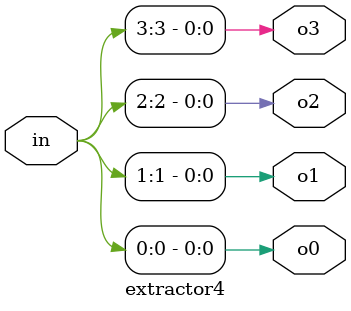
<source format=v>
`timescale 1ns / 1ps
module extractor4(
	in,
	o0,o1,o2,o3
	);
	input [3:0] in;
	output o0;
	output o1;
	output o2;
	output o3;

	assign o0 = in[0];
	assign o1 = in[1];
	assign o2 = in[2];
	assign o3 = in[3];

endmodule


</source>
